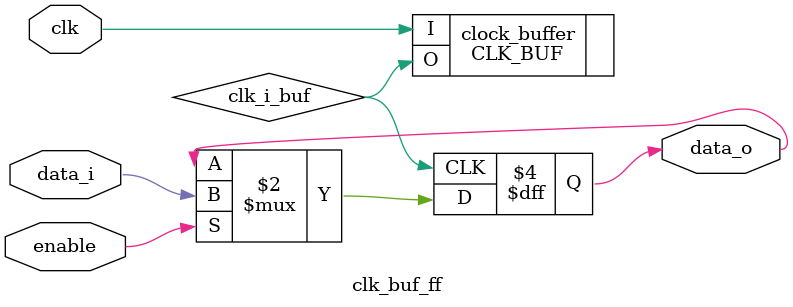
<source format=v>


module clk_buf_ff(
    input  wire data_i,
    input wire clk,
    input  wire enable,
    output reg data_o
);
    wire clk_i_buf;

    CLK_BUF clock_buffer (.I(clk), .O(clk_i_buf));

    always @(posedge clk_i_buf) begin
        if(enable)data_o <= data_i;
    end

endmodule
</source>
